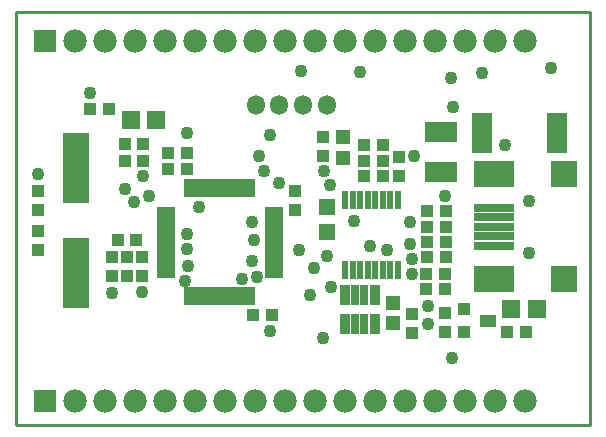
<source format=gts>
G04*
G04 #@! TF.GenerationSoftware,Altium Limited,Altium Designer,20.2.6 (244)*
G04*
G04 Layer_Color=8388736*
%FSLAX25Y25*%
%MOIN*%
G70*
G04*
G04 #@! TF.SameCoordinates,A6FFE7BB-FAF8-44E8-8DD6-CA6A3A95F9C7*
G04*
G04*
G04 #@! TF.FilePolarity,Negative*
G04*
G01*
G75*
%ADD15C,0.01000*%
%ADD17R,0.13787X0.08587*%
%ADD18R,0.13780X0.02756*%
%ADD19R,0.08661X0.08587*%
%ADD20R,0.04724X0.05118*%
%ADD21R,0.03937X0.03937*%
%ADD22R,0.05787X0.05787*%
%ADD23R,0.01987X0.06287*%
%ADD24R,0.03937X0.03937*%
%ADD25R,0.03347X0.06787*%
%ADD26R,0.02756X0.06787*%
%ADD27R,0.06787X0.13787*%
%ADD28R,0.05787X0.04387*%
%ADD29R,0.04387X0.04387*%
%ADD30R,0.06299X0.01968*%
%ADD31R,0.01968X0.06299*%
%ADD32R,0.10787X0.06787*%
%ADD33C,0.07787*%
%ADD34R,0.07787X0.07787*%
%ADD35C,0.04331*%
%ADD36R,0.09055X0.23622*%
%ADD37R,0.06299X0.06299*%
%ADD38O,0.05906X0.06693*%
D15*
X-9843Y-7874D02*
Y129921D01*
X181496D01*
Y-7874D02*
Y129921D01*
X-9843Y-7874D02*
X181496D01*
D17*
X149606Y75787D02*
D03*
Y40748D02*
D03*
D18*
Y51968D02*
D03*
Y55118D02*
D03*
Y58268D02*
D03*
Y61417D02*
D03*
Y64567D02*
D03*
D19*
X172835Y75787D02*
D03*
X172835Y40748D02*
D03*
D20*
X115748Y26181D02*
D03*
Y32874D02*
D03*
X99213Y87992D02*
D03*
Y81299D02*
D03*
D21*
X83071Y70079D02*
D03*
Y63779D02*
D03*
X133071Y29528D02*
D03*
Y23228D02*
D03*
X122047Y22835D02*
D03*
Y29134D02*
D03*
X92520Y81890D02*
D03*
Y88189D02*
D03*
X32283Y41732D02*
D03*
Y48031D02*
D03*
X27165Y41732D02*
D03*
Y48031D02*
D03*
X22047Y41732D02*
D03*
Y48031D02*
D03*
X117717Y75197D02*
D03*
Y81496D02*
D03*
X-2362Y56693D02*
D03*
Y50394D02*
D03*
Y63779D02*
D03*
Y70079D02*
D03*
D22*
X93701Y64880D02*
D03*
Y56380D02*
D03*
D23*
X99911Y67312D02*
D03*
X102411D02*
D03*
X104911D02*
D03*
X107411D02*
D03*
X109911D02*
D03*
X112411D02*
D03*
X114911D02*
D03*
X117411D02*
D03*
Y43712D02*
D03*
X114911D02*
D03*
X112411D02*
D03*
X109911D02*
D03*
X107411D02*
D03*
X104911D02*
D03*
X102411D02*
D03*
X99911D02*
D03*
D24*
X127165Y63386D02*
D03*
X133465D02*
D03*
X127165Y48031D02*
D03*
X133465D02*
D03*
X106299Y80315D02*
D03*
X112598D02*
D03*
Y85433D02*
D03*
X106299D02*
D03*
X127165Y58268D02*
D03*
X133465D02*
D03*
X127165Y53150D02*
D03*
X133465D02*
D03*
X112598Y75197D02*
D03*
X106299D02*
D03*
X21260Y97638D02*
D03*
X14961D02*
D03*
X133071Y42520D02*
D03*
X126772D02*
D03*
Y37402D02*
D03*
X133071D02*
D03*
X24016Y53937D02*
D03*
X30315D02*
D03*
X32677Y85827D02*
D03*
X26378D02*
D03*
X153937Y23228D02*
D03*
X160236D02*
D03*
X26378Y80315D02*
D03*
X32677D02*
D03*
X47244Y82677D02*
D03*
X40945D02*
D03*
X47244Y77559D02*
D03*
X40945D02*
D03*
X69291Y28740D02*
D03*
X75591D02*
D03*
D25*
X109744Y25909D02*
D03*
Y35509D02*
D03*
X99705Y25909D02*
D03*
Y35509D02*
D03*
D26*
X106299Y25909D02*
D03*
Y35509D02*
D03*
X103150Y25909D02*
D03*
Y35509D02*
D03*
D27*
X145374Y89370D02*
D03*
X170374D02*
D03*
D28*
X147370Y26909D02*
D03*
D29*
X139370Y23209D02*
D03*
Y30709D02*
D03*
D30*
X40043Y63972D02*
D03*
Y62004D02*
D03*
Y60035D02*
D03*
Y58067D02*
D03*
Y56098D02*
D03*
Y54130D02*
D03*
Y52161D02*
D03*
Y50193D02*
D03*
Y48224D02*
D03*
Y46256D02*
D03*
Y44287D02*
D03*
Y42319D02*
D03*
X76264D02*
D03*
Y44287D02*
D03*
Y46256D02*
D03*
Y48224D02*
D03*
Y50193D02*
D03*
Y52161D02*
D03*
Y54130D02*
D03*
Y56098D02*
D03*
Y58067D02*
D03*
Y60035D02*
D03*
Y62004D02*
D03*
Y63972D02*
D03*
D31*
X68980Y35035D02*
D03*
X67012D02*
D03*
X65043D02*
D03*
X63075D02*
D03*
X61106D02*
D03*
X59138D02*
D03*
X57169D02*
D03*
X55201D02*
D03*
X53232D02*
D03*
X51264D02*
D03*
X49295D02*
D03*
X47327D02*
D03*
X68980Y71256D02*
D03*
X67012D02*
D03*
X65043D02*
D03*
X63075D02*
D03*
X61106D02*
D03*
X59138D02*
D03*
X57169D02*
D03*
X55201D02*
D03*
X53232D02*
D03*
X51264D02*
D03*
X49295D02*
D03*
X47327D02*
D03*
D32*
X131890Y89878D02*
D03*
Y76378D02*
D03*
D33*
X160000Y0D02*
D03*
X150000D02*
D03*
X140000D02*
D03*
X130000D02*
D03*
X120000D02*
D03*
X110000D02*
D03*
X100000D02*
D03*
X90000D02*
D03*
X80000D02*
D03*
X70000D02*
D03*
X60000D02*
D03*
X50000D02*
D03*
X40000D02*
D03*
X30000D02*
D03*
X20000D02*
D03*
X10000D02*
D03*
X160000Y120000D02*
D03*
X150000D02*
D03*
X140000D02*
D03*
X130000D02*
D03*
X120000D02*
D03*
X110000D02*
D03*
X100000D02*
D03*
X90000D02*
D03*
X80000D02*
D03*
X70000D02*
D03*
X60000D02*
D03*
X50000D02*
D03*
X40000D02*
D03*
X30000D02*
D03*
X20000D02*
D03*
X10000D02*
D03*
D34*
X0Y0D02*
D03*
Y120000D02*
D03*
D35*
X161024Y66929D02*
D03*
X161024Y49606D02*
D03*
X92913Y76772D02*
D03*
X127559Y25984D02*
D03*
X168504Y111024D02*
D03*
X145669Y109449D02*
D03*
X135039Y107874D02*
D03*
X153150Y85433D02*
D03*
X122835Y81890D02*
D03*
X121653Y59842D02*
D03*
Y52362D02*
D03*
X102756Y60236D02*
D03*
X95276Y38189D02*
D03*
X135433Y14567D02*
D03*
X92520Y21260D02*
D03*
X89370Y44488D02*
D03*
X93701Y48425D02*
D03*
X85039Y110236D02*
D03*
X77953Y72835D02*
D03*
X47244Y55905D02*
D03*
X74803Y23622D02*
D03*
X135827Y98032D02*
D03*
X104724Y109843D02*
D03*
X-2362Y75984D02*
D03*
X88189Y35433D02*
D03*
X133071Y68504D02*
D03*
X14961Y102756D02*
D03*
X32677Y75197D02*
D03*
X34646Y68642D02*
D03*
X26378Y70866D02*
D03*
X29528Y66535D02*
D03*
X84646Y50394D02*
D03*
X22047Y36220D02*
D03*
X46457Y40157D02*
D03*
X70472Y41339D02*
D03*
X32283Y36614D02*
D03*
X47244Y50787D02*
D03*
Y89370D02*
D03*
X68898Y46850D02*
D03*
X69363Y53937D02*
D03*
X65354Y40945D02*
D03*
X127559Y31890D02*
D03*
X122047Y47638D02*
D03*
X113779Y50394D02*
D03*
X108268Y51968D02*
D03*
X94882Y72047D02*
D03*
X68898Y59842D02*
D03*
X51181Y64961D02*
D03*
X47638Y45276D02*
D03*
X122047Y42520D02*
D03*
X72835Y76772D02*
D03*
X71260Y81890D02*
D03*
X74803Y88976D02*
D03*
D36*
X10236Y77716D02*
D03*
Y42756D02*
D03*
D37*
X36927Y93701D02*
D03*
X28427D02*
D03*
X163699Y30709D02*
D03*
X155199D02*
D03*
D38*
X70079Y98819D02*
D03*
X77953D02*
D03*
X85827D02*
D03*
X93701D02*
D03*
M02*

</source>
